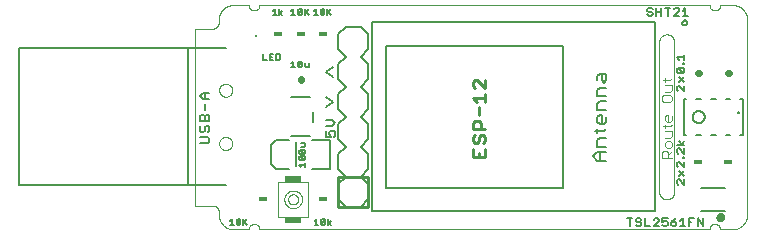
<source format=gto>
G75*
%MOIN*%
%OFA0B0*%
%FSLAX25Y25*%
%IPPOS*%
%LPD*%
%AMOC8*
5,1,8,0,0,1.08239X$1,22.5*
%
%ADD10C,0.00000*%
%ADD11C,0.00800*%
%ADD12C,0.00200*%
%ADD13C,0.01000*%
%ADD14C,0.00600*%
%ADD15C,0.00500*%
%ADD16R,0.03000X0.01800*%
%ADD17C,0.02200*%
%ADD18R,0.00984X0.00984*%
%ADD19C,0.00394*%
%ADD20R,0.05512X0.01969*%
%ADD21C,0.01200*%
D10*
X0059959Y0009119D02*
X0059959Y0068175D01*
X0065864Y0068175D01*
X0065864Y0068174D02*
X0065950Y0068176D01*
X0066036Y0068181D01*
X0066121Y0068191D01*
X0066206Y0068204D01*
X0066290Y0068221D01*
X0066374Y0068241D01*
X0066456Y0068265D01*
X0066537Y0068293D01*
X0066618Y0068324D01*
X0066696Y0068358D01*
X0066773Y0068396D01*
X0066849Y0068438D01*
X0066922Y0068482D01*
X0066993Y0068530D01*
X0067063Y0068581D01*
X0067130Y0068635D01*
X0067194Y0068691D01*
X0067256Y0068751D01*
X0067316Y0068813D01*
X0067372Y0068877D01*
X0067426Y0068944D01*
X0067477Y0069014D01*
X0067525Y0069085D01*
X0067569Y0069159D01*
X0067611Y0069234D01*
X0067649Y0069311D01*
X0067683Y0069389D01*
X0067714Y0069470D01*
X0067742Y0069551D01*
X0067766Y0069633D01*
X0067786Y0069717D01*
X0067803Y0069801D01*
X0067816Y0069886D01*
X0067826Y0069971D01*
X0067831Y0070057D01*
X0067833Y0070143D01*
X0067833Y0071049D01*
X0067835Y0071189D01*
X0067841Y0071329D01*
X0067851Y0071469D01*
X0067864Y0071609D01*
X0067882Y0071748D01*
X0067904Y0071887D01*
X0067929Y0072024D01*
X0067958Y0072162D01*
X0067991Y0072298D01*
X0068028Y0072433D01*
X0068069Y0072567D01*
X0068114Y0072700D01*
X0068162Y0072832D01*
X0068214Y0072962D01*
X0068269Y0073091D01*
X0068328Y0073218D01*
X0068391Y0073344D01*
X0068457Y0073468D01*
X0068526Y0073589D01*
X0068599Y0073709D01*
X0068676Y0073827D01*
X0068755Y0073942D01*
X0068838Y0074056D01*
X0068924Y0074166D01*
X0069013Y0074275D01*
X0069105Y0074381D01*
X0069200Y0074484D01*
X0069297Y0074585D01*
X0069398Y0074682D01*
X0069501Y0074777D01*
X0069607Y0074869D01*
X0069716Y0074958D01*
X0069826Y0075044D01*
X0069940Y0075127D01*
X0070055Y0075206D01*
X0070173Y0075283D01*
X0070293Y0075356D01*
X0070414Y0075425D01*
X0070538Y0075491D01*
X0070664Y0075554D01*
X0070791Y0075613D01*
X0070920Y0075668D01*
X0071050Y0075720D01*
X0071182Y0075768D01*
X0071315Y0075813D01*
X0071449Y0075854D01*
X0071584Y0075891D01*
X0071720Y0075924D01*
X0071858Y0075953D01*
X0071995Y0075978D01*
X0072134Y0076000D01*
X0072273Y0076018D01*
X0072413Y0076031D01*
X0072553Y0076041D01*
X0072693Y0076047D01*
X0072833Y0076049D01*
X0077963Y0076049D01*
X0077963Y0075617D01*
X0077965Y0075549D01*
X0077970Y0075482D01*
X0077979Y0075415D01*
X0077992Y0075348D01*
X0078009Y0075283D01*
X0078028Y0075218D01*
X0078052Y0075154D01*
X0078079Y0075092D01*
X0078109Y0075031D01*
X0078142Y0074973D01*
X0078178Y0074916D01*
X0078218Y0074861D01*
X0078260Y0074808D01*
X0078306Y0074757D01*
X0078353Y0074710D01*
X0078404Y0074664D01*
X0078457Y0074622D01*
X0078512Y0074582D01*
X0078569Y0074546D01*
X0078627Y0074513D01*
X0078688Y0074483D01*
X0078750Y0074456D01*
X0078814Y0074432D01*
X0078879Y0074413D01*
X0078944Y0074396D01*
X0079011Y0074383D01*
X0079078Y0074374D01*
X0079145Y0074369D01*
X0079213Y0074367D01*
X0080075Y0074367D01*
X0080143Y0074369D01*
X0080210Y0074374D01*
X0080277Y0074383D01*
X0080344Y0074396D01*
X0080409Y0074413D01*
X0080474Y0074432D01*
X0080538Y0074456D01*
X0080600Y0074483D01*
X0080661Y0074513D01*
X0080719Y0074546D01*
X0080776Y0074582D01*
X0080831Y0074622D01*
X0080884Y0074664D01*
X0080935Y0074710D01*
X0080982Y0074757D01*
X0081028Y0074808D01*
X0081070Y0074861D01*
X0081110Y0074916D01*
X0081146Y0074973D01*
X0081179Y0075031D01*
X0081209Y0075092D01*
X0081236Y0075154D01*
X0081260Y0075218D01*
X0081279Y0075283D01*
X0081296Y0075348D01*
X0081309Y0075415D01*
X0081318Y0075482D01*
X0081323Y0075549D01*
X0081325Y0075617D01*
X0081325Y0076049D01*
X0231506Y0076049D01*
X0231506Y0075617D01*
X0231508Y0075549D01*
X0231513Y0075482D01*
X0231522Y0075415D01*
X0231535Y0075348D01*
X0231552Y0075283D01*
X0231571Y0075218D01*
X0231595Y0075154D01*
X0231622Y0075092D01*
X0231652Y0075031D01*
X0231685Y0074973D01*
X0231721Y0074916D01*
X0231761Y0074861D01*
X0231803Y0074808D01*
X0231849Y0074757D01*
X0231896Y0074710D01*
X0231947Y0074664D01*
X0232000Y0074622D01*
X0232055Y0074582D01*
X0232112Y0074546D01*
X0232170Y0074513D01*
X0232231Y0074483D01*
X0232293Y0074456D01*
X0232357Y0074432D01*
X0232422Y0074413D01*
X0232487Y0074396D01*
X0232554Y0074383D01*
X0232621Y0074374D01*
X0232688Y0074369D01*
X0232756Y0074367D01*
X0233618Y0074367D01*
X0233686Y0074369D01*
X0233753Y0074374D01*
X0233820Y0074383D01*
X0233887Y0074396D01*
X0233952Y0074413D01*
X0234017Y0074432D01*
X0234081Y0074456D01*
X0234143Y0074483D01*
X0234204Y0074513D01*
X0234262Y0074546D01*
X0234319Y0074582D01*
X0234374Y0074622D01*
X0234427Y0074664D01*
X0234478Y0074710D01*
X0234525Y0074757D01*
X0234571Y0074808D01*
X0234613Y0074861D01*
X0234653Y0074916D01*
X0234689Y0074973D01*
X0234722Y0075031D01*
X0234752Y0075092D01*
X0234779Y0075154D01*
X0234803Y0075218D01*
X0234822Y0075283D01*
X0234839Y0075348D01*
X0234852Y0075415D01*
X0234861Y0075482D01*
X0234866Y0075549D01*
X0234868Y0075617D01*
X0234868Y0076049D01*
X0238998Y0076049D01*
X0239138Y0076047D01*
X0239278Y0076041D01*
X0239418Y0076031D01*
X0239558Y0076018D01*
X0239697Y0076000D01*
X0239836Y0075978D01*
X0239973Y0075953D01*
X0240111Y0075924D01*
X0240247Y0075891D01*
X0240382Y0075854D01*
X0240516Y0075813D01*
X0240649Y0075768D01*
X0240781Y0075720D01*
X0240911Y0075668D01*
X0241040Y0075613D01*
X0241167Y0075554D01*
X0241293Y0075491D01*
X0241417Y0075425D01*
X0241538Y0075356D01*
X0241658Y0075283D01*
X0241776Y0075206D01*
X0241891Y0075127D01*
X0242005Y0075044D01*
X0242115Y0074958D01*
X0242224Y0074869D01*
X0242330Y0074777D01*
X0242433Y0074682D01*
X0242534Y0074585D01*
X0242631Y0074484D01*
X0242726Y0074381D01*
X0242818Y0074275D01*
X0242907Y0074166D01*
X0242993Y0074056D01*
X0243076Y0073942D01*
X0243155Y0073827D01*
X0243232Y0073709D01*
X0243305Y0073589D01*
X0243374Y0073468D01*
X0243440Y0073344D01*
X0243503Y0073218D01*
X0243562Y0073091D01*
X0243617Y0072962D01*
X0243669Y0072832D01*
X0243717Y0072700D01*
X0243762Y0072567D01*
X0243803Y0072433D01*
X0243840Y0072298D01*
X0243873Y0072162D01*
X0243902Y0072024D01*
X0243927Y0071887D01*
X0243949Y0071748D01*
X0243967Y0071609D01*
X0243980Y0071469D01*
X0243990Y0071329D01*
X0243996Y0071189D01*
X0243998Y0071049D01*
X0243998Y0006245D01*
X0243996Y0006105D01*
X0243990Y0005965D01*
X0243980Y0005825D01*
X0243967Y0005685D01*
X0243949Y0005546D01*
X0243927Y0005407D01*
X0243902Y0005270D01*
X0243873Y0005132D01*
X0243840Y0004996D01*
X0243803Y0004861D01*
X0243762Y0004727D01*
X0243717Y0004594D01*
X0243669Y0004462D01*
X0243617Y0004332D01*
X0243562Y0004203D01*
X0243503Y0004076D01*
X0243440Y0003950D01*
X0243374Y0003826D01*
X0243305Y0003705D01*
X0243232Y0003585D01*
X0243155Y0003467D01*
X0243076Y0003352D01*
X0242993Y0003238D01*
X0242907Y0003128D01*
X0242818Y0003019D01*
X0242726Y0002913D01*
X0242631Y0002810D01*
X0242534Y0002709D01*
X0242433Y0002612D01*
X0242330Y0002517D01*
X0242224Y0002425D01*
X0242115Y0002336D01*
X0242005Y0002250D01*
X0241891Y0002167D01*
X0241776Y0002088D01*
X0241658Y0002011D01*
X0241538Y0001938D01*
X0241417Y0001869D01*
X0241293Y0001803D01*
X0241167Y0001740D01*
X0241040Y0001681D01*
X0240911Y0001626D01*
X0240781Y0001574D01*
X0240649Y0001526D01*
X0240516Y0001481D01*
X0240382Y0001440D01*
X0240247Y0001403D01*
X0240111Y0001370D01*
X0239973Y0001341D01*
X0239836Y0001316D01*
X0239697Y0001294D01*
X0239558Y0001276D01*
X0239418Y0001263D01*
X0239278Y0001253D01*
X0239138Y0001247D01*
X0238998Y0001245D01*
X0234868Y0001245D01*
X0234868Y0001677D01*
X0234866Y0001745D01*
X0234861Y0001812D01*
X0234852Y0001879D01*
X0234839Y0001946D01*
X0234822Y0002011D01*
X0234803Y0002076D01*
X0234779Y0002140D01*
X0234752Y0002202D01*
X0234722Y0002263D01*
X0234689Y0002321D01*
X0234653Y0002378D01*
X0234613Y0002433D01*
X0234571Y0002486D01*
X0234525Y0002537D01*
X0234478Y0002584D01*
X0234427Y0002630D01*
X0234374Y0002672D01*
X0234319Y0002712D01*
X0234262Y0002748D01*
X0234204Y0002781D01*
X0234143Y0002811D01*
X0234081Y0002838D01*
X0234017Y0002862D01*
X0233952Y0002881D01*
X0233887Y0002898D01*
X0233820Y0002911D01*
X0233753Y0002920D01*
X0233686Y0002925D01*
X0233618Y0002927D01*
X0232756Y0002927D01*
X0232688Y0002925D01*
X0232621Y0002920D01*
X0232554Y0002911D01*
X0232487Y0002898D01*
X0232422Y0002881D01*
X0232357Y0002862D01*
X0232293Y0002838D01*
X0232231Y0002811D01*
X0232170Y0002781D01*
X0232112Y0002748D01*
X0232055Y0002712D01*
X0232000Y0002672D01*
X0231947Y0002630D01*
X0231896Y0002584D01*
X0231849Y0002537D01*
X0231803Y0002486D01*
X0231761Y0002433D01*
X0231721Y0002378D01*
X0231685Y0002321D01*
X0231652Y0002263D01*
X0231622Y0002202D01*
X0231595Y0002140D01*
X0231571Y0002076D01*
X0231552Y0002011D01*
X0231535Y0001946D01*
X0231522Y0001879D01*
X0231513Y0001812D01*
X0231508Y0001745D01*
X0231506Y0001677D01*
X0231506Y0001245D01*
X0081325Y0001245D01*
X0081325Y0001677D01*
X0081323Y0001745D01*
X0081318Y0001812D01*
X0081309Y0001879D01*
X0081296Y0001946D01*
X0081279Y0002011D01*
X0081260Y0002076D01*
X0081236Y0002140D01*
X0081209Y0002202D01*
X0081179Y0002263D01*
X0081146Y0002321D01*
X0081110Y0002378D01*
X0081070Y0002433D01*
X0081028Y0002486D01*
X0080982Y0002537D01*
X0080935Y0002584D01*
X0080884Y0002630D01*
X0080831Y0002672D01*
X0080776Y0002712D01*
X0080719Y0002748D01*
X0080661Y0002781D01*
X0080600Y0002811D01*
X0080538Y0002838D01*
X0080474Y0002862D01*
X0080409Y0002881D01*
X0080344Y0002898D01*
X0080277Y0002911D01*
X0080210Y0002920D01*
X0080143Y0002925D01*
X0080075Y0002927D01*
X0079213Y0002927D01*
X0079145Y0002925D01*
X0079078Y0002920D01*
X0079011Y0002911D01*
X0078944Y0002898D01*
X0078879Y0002881D01*
X0078814Y0002862D01*
X0078750Y0002838D01*
X0078688Y0002811D01*
X0078627Y0002781D01*
X0078569Y0002748D01*
X0078512Y0002712D01*
X0078457Y0002672D01*
X0078404Y0002630D01*
X0078353Y0002584D01*
X0078306Y0002537D01*
X0078260Y0002486D01*
X0078218Y0002433D01*
X0078178Y0002378D01*
X0078142Y0002321D01*
X0078109Y0002263D01*
X0078079Y0002202D01*
X0078052Y0002140D01*
X0078028Y0002076D01*
X0078009Y0002011D01*
X0077992Y0001946D01*
X0077979Y0001879D01*
X0077970Y0001812D01*
X0077965Y0001745D01*
X0077963Y0001677D01*
X0077963Y0001245D01*
X0072833Y0001245D01*
X0072693Y0001247D01*
X0072553Y0001253D01*
X0072413Y0001263D01*
X0072273Y0001276D01*
X0072134Y0001294D01*
X0071995Y0001316D01*
X0071858Y0001341D01*
X0071720Y0001370D01*
X0071584Y0001403D01*
X0071449Y0001440D01*
X0071315Y0001481D01*
X0071182Y0001526D01*
X0071050Y0001574D01*
X0070920Y0001626D01*
X0070791Y0001681D01*
X0070664Y0001740D01*
X0070538Y0001803D01*
X0070414Y0001869D01*
X0070293Y0001938D01*
X0070173Y0002011D01*
X0070055Y0002088D01*
X0069940Y0002167D01*
X0069826Y0002250D01*
X0069716Y0002336D01*
X0069607Y0002425D01*
X0069501Y0002517D01*
X0069398Y0002612D01*
X0069297Y0002709D01*
X0069200Y0002810D01*
X0069105Y0002913D01*
X0069013Y0003019D01*
X0068924Y0003128D01*
X0068838Y0003238D01*
X0068755Y0003352D01*
X0068676Y0003467D01*
X0068599Y0003585D01*
X0068526Y0003705D01*
X0068457Y0003826D01*
X0068391Y0003950D01*
X0068328Y0004076D01*
X0068269Y0004203D01*
X0068214Y0004332D01*
X0068162Y0004462D01*
X0068114Y0004594D01*
X0068069Y0004727D01*
X0068028Y0004861D01*
X0067991Y0004996D01*
X0067958Y0005132D01*
X0067929Y0005270D01*
X0067904Y0005407D01*
X0067882Y0005546D01*
X0067864Y0005685D01*
X0067851Y0005825D01*
X0067841Y0005965D01*
X0067835Y0006105D01*
X0067833Y0006245D01*
X0067833Y0007151D01*
X0067831Y0007237D01*
X0067826Y0007323D01*
X0067816Y0007408D01*
X0067803Y0007493D01*
X0067786Y0007577D01*
X0067766Y0007661D01*
X0067742Y0007743D01*
X0067714Y0007824D01*
X0067683Y0007905D01*
X0067649Y0007983D01*
X0067611Y0008060D01*
X0067569Y0008136D01*
X0067525Y0008209D01*
X0067477Y0008280D01*
X0067426Y0008350D01*
X0067372Y0008417D01*
X0067316Y0008481D01*
X0067256Y0008543D01*
X0067194Y0008603D01*
X0067130Y0008659D01*
X0067063Y0008713D01*
X0066993Y0008764D01*
X0066922Y0008812D01*
X0066849Y0008856D01*
X0066773Y0008898D01*
X0066696Y0008936D01*
X0066618Y0008970D01*
X0066537Y0009001D01*
X0066456Y0009029D01*
X0066374Y0009053D01*
X0066290Y0009073D01*
X0066206Y0009090D01*
X0066121Y0009103D01*
X0066036Y0009113D01*
X0065950Y0009118D01*
X0065864Y0009120D01*
X0065864Y0009119D02*
X0059959Y0009119D01*
X0090975Y0011245D02*
X0090977Y0011326D01*
X0090983Y0011408D01*
X0090993Y0011489D01*
X0091007Y0011569D01*
X0091024Y0011648D01*
X0091046Y0011727D01*
X0091071Y0011804D01*
X0091100Y0011881D01*
X0091133Y0011955D01*
X0091170Y0012028D01*
X0091209Y0012099D01*
X0091253Y0012168D01*
X0091299Y0012235D01*
X0091349Y0012299D01*
X0091402Y0012361D01*
X0091458Y0012421D01*
X0091516Y0012477D01*
X0091578Y0012531D01*
X0091642Y0012582D01*
X0091708Y0012629D01*
X0091776Y0012673D01*
X0091847Y0012714D01*
X0091919Y0012751D01*
X0091994Y0012785D01*
X0092069Y0012815D01*
X0092147Y0012841D01*
X0092225Y0012864D01*
X0092304Y0012882D01*
X0092384Y0012897D01*
X0092465Y0012908D01*
X0092546Y0012915D01*
X0092628Y0012918D01*
X0092709Y0012917D01*
X0092790Y0012912D01*
X0092871Y0012903D01*
X0092952Y0012890D01*
X0093032Y0012873D01*
X0093110Y0012853D01*
X0093188Y0012828D01*
X0093265Y0012800D01*
X0093340Y0012768D01*
X0093413Y0012733D01*
X0093484Y0012694D01*
X0093554Y0012651D01*
X0093621Y0012606D01*
X0093687Y0012557D01*
X0093749Y0012505D01*
X0093809Y0012449D01*
X0093866Y0012391D01*
X0093921Y0012331D01*
X0093972Y0012267D01*
X0094020Y0012202D01*
X0094065Y0012134D01*
X0094107Y0012064D01*
X0094145Y0011992D01*
X0094180Y0011918D01*
X0094211Y0011843D01*
X0094238Y0011766D01*
X0094261Y0011688D01*
X0094281Y0011609D01*
X0094297Y0011529D01*
X0094309Y0011448D01*
X0094317Y0011367D01*
X0094321Y0011286D01*
X0094321Y0011204D01*
X0094317Y0011123D01*
X0094309Y0011042D01*
X0094297Y0010961D01*
X0094281Y0010881D01*
X0094261Y0010802D01*
X0094238Y0010724D01*
X0094211Y0010647D01*
X0094180Y0010572D01*
X0094145Y0010498D01*
X0094107Y0010426D01*
X0094065Y0010356D01*
X0094020Y0010288D01*
X0093972Y0010223D01*
X0093921Y0010159D01*
X0093866Y0010099D01*
X0093809Y0010041D01*
X0093749Y0009985D01*
X0093687Y0009933D01*
X0093621Y0009884D01*
X0093554Y0009839D01*
X0093485Y0009796D01*
X0093413Y0009757D01*
X0093340Y0009722D01*
X0093265Y0009690D01*
X0093188Y0009662D01*
X0093110Y0009637D01*
X0093032Y0009617D01*
X0092952Y0009600D01*
X0092871Y0009587D01*
X0092790Y0009578D01*
X0092709Y0009573D01*
X0092628Y0009572D01*
X0092546Y0009575D01*
X0092465Y0009582D01*
X0092384Y0009593D01*
X0092304Y0009608D01*
X0092225Y0009626D01*
X0092147Y0009649D01*
X0092069Y0009675D01*
X0091994Y0009705D01*
X0091919Y0009739D01*
X0091847Y0009776D01*
X0091776Y0009817D01*
X0091708Y0009861D01*
X0091642Y0009908D01*
X0091578Y0009959D01*
X0091516Y0010013D01*
X0091458Y0010069D01*
X0091402Y0010129D01*
X0091349Y0010191D01*
X0091299Y0010255D01*
X0091253Y0010322D01*
X0091209Y0010391D01*
X0091170Y0010462D01*
X0091133Y0010535D01*
X0091100Y0010609D01*
X0091071Y0010686D01*
X0091046Y0010763D01*
X0091024Y0010842D01*
X0091007Y0010921D01*
X0090993Y0011001D01*
X0090983Y0011082D01*
X0090977Y0011164D01*
X0090975Y0011245D01*
X0067983Y0029887D02*
X0067985Y0029980D01*
X0067991Y0030072D01*
X0068001Y0030164D01*
X0068015Y0030255D01*
X0068032Y0030346D01*
X0068054Y0030436D01*
X0068079Y0030525D01*
X0068108Y0030613D01*
X0068141Y0030699D01*
X0068178Y0030784D01*
X0068218Y0030868D01*
X0068262Y0030949D01*
X0068309Y0031029D01*
X0068359Y0031107D01*
X0068413Y0031182D01*
X0068470Y0031255D01*
X0068530Y0031325D01*
X0068593Y0031393D01*
X0068659Y0031458D01*
X0068727Y0031520D01*
X0068798Y0031580D01*
X0068872Y0031636D01*
X0068948Y0031689D01*
X0069026Y0031738D01*
X0069106Y0031785D01*
X0069188Y0031827D01*
X0069272Y0031867D01*
X0069357Y0031902D01*
X0069444Y0031934D01*
X0069532Y0031963D01*
X0069621Y0031987D01*
X0069711Y0032008D01*
X0069802Y0032024D01*
X0069894Y0032037D01*
X0069986Y0032046D01*
X0070079Y0032051D01*
X0070171Y0032052D01*
X0070264Y0032049D01*
X0070356Y0032042D01*
X0070448Y0032031D01*
X0070539Y0032016D01*
X0070630Y0031998D01*
X0070720Y0031975D01*
X0070808Y0031949D01*
X0070896Y0031919D01*
X0070982Y0031885D01*
X0071066Y0031848D01*
X0071149Y0031806D01*
X0071230Y0031762D01*
X0071310Y0031714D01*
X0071387Y0031663D01*
X0071461Y0031608D01*
X0071534Y0031550D01*
X0071604Y0031490D01*
X0071671Y0031426D01*
X0071735Y0031360D01*
X0071797Y0031290D01*
X0071855Y0031219D01*
X0071910Y0031145D01*
X0071962Y0031068D01*
X0072011Y0030989D01*
X0072057Y0030909D01*
X0072099Y0030826D01*
X0072137Y0030742D01*
X0072172Y0030656D01*
X0072203Y0030569D01*
X0072230Y0030481D01*
X0072253Y0030391D01*
X0072273Y0030301D01*
X0072289Y0030210D01*
X0072301Y0030118D01*
X0072309Y0030026D01*
X0072313Y0029933D01*
X0072313Y0029841D01*
X0072309Y0029748D01*
X0072301Y0029656D01*
X0072289Y0029564D01*
X0072273Y0029473D01*
X0072253Y0029383D01*
X0072230Y0029293D01*
X0072203Y0029205D01*
X0072172Y0029118D01*
X0072137Y0029032D01*
X0072099Y0028948D01*
X0072057Y0028865D01*
X0072011Y0028785D01*
X0071962Y0028706D01*
X0071910Y0028629D01*
X0071855Y0028555D01*
X0071797Y0028484D01*
X0071735Y0028414D01*
X0071671Y0028348D01*
X0071604Y0028284D01*
X0071534Y0028224D01*
X0071461Y0028166D01*
X0071387Y0028111D01*
X0071310Y0028060D01*
X0071231Y0028012D01*
X0071149Y0027968D01*
X0071066Y0027926D01*
X0070982Y0027889D01*
X0070896Y0027855D01*
X0070808Y0027825D01*
X0070720Y0027799D01*
X0070630Y0027776D01*
X0070539Y0027758D01*
X0070448Y0027743D01*
X0070356Y0027732D01*
X0070264Y0027725D01*
X0070171Y0027722D01*
X0070079Y0027723D01*
X0069986Y0027728D01*
X0069894Y0027737D01*
X0069802Y0027750D01*
X0069711Y0027766D01*
X0069621Y0027787D01*
X0069532Y0027811D01*
X0069444Y0027840D01*
X0069357Y0027872D01*
X0069272Y0027907D01*
X0069188Y0027947D01*
X0069106Y0027989D01*
X0069026Y0028036D01*
X0068948Y0028085D01*
X0068872Y0028138D01*
X0068798Y0028194D01*
X0068727Y0028254D01*
X0068659Y0028316D01*
X0068593Y0028381D01*
X0068530Y0028449D01*
X0068470Y0028519D01*
X0068413Y0028592D01*
X0068359Y0028667D01*
X0068309Y0028745D01*
X0068262Y0028825D01*
X0068218Y0028906D01*
X0068178Y0028990D01*
X0068141Y0029075D01*
X0068108Y0029161D01*
X0068079Y0029249D01*
X0068054Y0029338D01*
X0068032Y0029428D01*
X0068015Y0029519D01*
X0068001Y0029610D01*
X0067991Y0029702D01*
X0067985Y0029794D01*
X0067983Y0029887D01*
X0067983Y0047604D02*
X0067985Y0047697D01*
X0067991Y0047789D01*
X0068001Y0047881D01*
X0068015Y0047972D01*
X0068032Y0048063D01*
X0068054Y0048153D01*
X0068079Y0048242D01*
X0068108Y0048330D01*
X0068141Y0048416D01*
X0068178Y0048501D01*
X0068218Y0048585D01*
X0068262Y0048666D01*
X0068309Y0048746D01*
X0068359Y0048824D01*
X0068413Y0048899D01*
X0068470Y0048972D01*
X0068530Y0049042D01*
X0068593Y0049110D01*
X0068659Y0049175D01*
X0068727Y0049237D01*
X0068798Y0049297D01*
X0068872Y0049353D01*
X0068948Y0049406D01*
X0069026Y0049455D01*
X0069106Y0049502D01*
X0069188Y0049544D01*
X0069272Y0049584D01*
X0069357Y0049619D01*
X0069444Y0049651D01*
X0069532Y0049680D01*
X0069621Y0049704D01*
X0069711Y0049725D01*
X0069802Y0049741D01*
X0069894Y0049754D01*
X0069986Y0049763D01*
X0070079Y0049768D01*
X0070171Y0049769D01*
X0070264Y0049766D01*
X0070356Y0049759D01*
X0070448Y0049748D01*
X0070539Y0049733D01*
X0070630Y0049715D01*
X0070720Y0049692D01*
X0070808Y0049666D01*
X0070896Y0049636D01*
X0070982Y0049602D01*
X0071066Y0049565D01*
X0071149Y0049523D01*
X0071230Y0049479D01*
X0071310Y0049431D01*
X0071387Y0049380D01*
X0071461Y0049325D01*
X0071534Y0049267D01*
X0071604Y0049207D01*
X0071671Y0049143D01*
X0071735Y0049077D01*
X0071797Y0049007D01*
X0071855Y0048936D01*
X0071910Y0048862D01*
X0071962Y0048785D01*
X0072011Y0048706D01*
X0072057Y0048626D01*
X0072099Y0048543D01*
X0072137Y0048459D01*
X0072172Y0048373D01*
X0072203Y0048286D01*
X0072230Y0048198D01*
X0072253Y0048108D01*
X0072273Y0048018D01*
X0072289Y0047927D01*
X0072301Y0047835D01*
X0072309Y0047743D01*
X0072313Y0047650D01*
X0072313Y0047558D01*
X0072309Y0047465D01*
X0072301Y0047373D01*
X0072289Y0047281D01*
X0072273Y0047190D01*
X0072253Y0047100D01*
X0072230Y0047010D01*
X0072203Y0046922D01*
X0072172Y0046835D01*
X0072137Y0046749D01*
X0072099Y0046665D01*
X0072057Y0046582D01*
X0072011Y0046502D01*
X0071962Y0046423D01*
X0071910Y0046346D01*
X0071855Y0046272D01*
X0071797Y0046201D01*
X0071735Y0046131D01*
X0071671Y0046065D01*
X0071604Y0046001D01*
X0071534Y0045941D01*
X0071461Y0045883D01*
X0071387Y0045828D01*
X0071310Y0045777D01*
X0071231Y0045729D01*
X0071149Y0045685D01*
X0071066Y0045643D01*
X0070982Y0045606D01*
X0070896Y0045572D01*
X0070808Y0045542D01*
X0070720Y0045516D01*
X0070630Y0045493D01*
X0070539Y0045475D01*
X0070448Y0045460D01*
X0070356Y0045449D01*
X0070264Y0045442D01*
X0070171Y0045439D01*
X0070079Y0045440D01*
X0069986Y0045445D01*
X0069894Y0045454D01*
X0069802Y0045467D01*
X0069711Y0045483D01*
X0069621Y0045504D01*
X0069532Y0045528D01*
X0069444Y0045557D01*
X0069357Y0045589D01*
X0069272Y0045624D01*
X0069188Y0045664D01*
X0069106Y0045706D01*
X0069026Y0045753D01*
X0068948Y0045802D01*
X0068872Y0045855D01*
X0068798Y0045911D01*
X0068727Y0045971D01*
X0068659Y0046033D01*
X0068593Y0046098D01*
X0068530Y0046166D01*
X0068470Y0046236D01*
X0068413Y0046309D01*
X0068359Y0046384D01*
X0068309Y0046462D01*
X0068262Y0046542D01*
X0068218Y0046623D01*
X0068178Y0046707D01*
X0068141Y0046792D01*
X0068108Y0046878D01*
X0068079Y0046966D01*
X0068054Y0047055D01*
X0068032Y0047145D01*
X0068015Y0047236D01*
X0068001Y0047327D01*
X0067991Y0047419D01*
X0067985Y0047511D01*
X0067983Y0047604D01*
X0214648Y0063745D02*
X0214648Y0013745D01*
X0217148Y0011245D02*
X0217246Y0011247D01*
X0217344Y0011253D01*
X0217442Y0011262D01*
X0217539Y0011276D01*
X0217636Y0011293D01*
X0217732Y0011314D01*
X0217827Y0011339D01*
X0217921Y0011367D01*
X0218013Y0011400D01*
X0218105Y0011435D01*
X0218195Y0011475D01*
X0218283Y0011517D01*
X0218370Y0011564D01*
X0218454Y0011613D01*
X0218537Y0011666D01*
X0218617Y0011722D01*
X0218696Y0011782D01*
X0218772Y0011844D01*
X0218845Y0011909D01*
X0218916Y0011977D01*
X0218984Y0012048D01*
X0219049Y0012121D01*
X0219111Y0012197D01*
X0219171Y0012276D01*
X0219227Y0012356D01*
X0219280Y0012439D01*
X0219329Y0012523D01*
X0219376Y0012610D01*
X0219418Y0012698D01*
X0219458Y0012788D01*
X0219493Y0012880D01*
X0219526Y0012972D01*
X0219554Y0013066D01*
X0219579Y0013161D01*
X0219600Y0013257D01*
X0219617Y0013354D01*
X0219631Y0013451D01*
X0219640Y0013549D01*
X0219646Y0013647D01*
X0219648Y0013745D01*
X0219648Y0063745D01*
X0217148Y0066245D02*
X0217050Y0066243D01*
X0216952Y0066237D01*
X0216854Y0066228D01*
X0216757Y0066214D01*
X0216660Y0066197D01*
X0216564Y0066176D01*
X0216469Y0066151D01*
X0216375Y0066123D01*
X0216283Y0066090D01*
X0216191Y0066055D01*
X0216101Y0066015D01*
X0216013Y0065973D01*
X0215926Y0065926D01*
X0215842Y0065877D01*
X0215759Y0065824D01*
X0215679Y0065768D01*
X0215600Y0065708D01*
X0215524Y0065646D01*
X0215451Y0065581D01*
X0215380Y0065513D01*
X0215312Y0065442D01*
X0215247Y0065369D01*
X0215185Y0065293D01*
X0215125Y0065214D01*
X0215069Y0065134D01*
X0215016Y0065051D01*
X0214967Y0064967D01*
X0214920Y0064880D01*
X0214878Y0064792D01*
X0214838Y0064702D01*
X0214803Y0064610D01*
X0214770Y0064518D01*
X0214742Y0064424D01*
X0214717Y0064329D01*
X0214696Y0064233D01*
X0214679Y0064136D01*
X0214665Y0064039D01*
X0214656Y0063941D01*
X0214650Y0063843D01*
X0214648Y0063745D01*
X0217148Y0066245D02*
X0217246Y0066243D01*
X0217344Y0066237D01*
X0217442Y0066228D01*
X0217539Y0066214D01*
X0217636Y0066197D01*
X0217732Y0066176D01*
X0217827Y0066151D01*
X0217921Y0066123D01*
X0218013Y0066090D01*
X0218105Y0066055D01*
X0218195Y0066015D01*
X0218283Y0065973D01*
X0218370Y0065926D01*
X0218454Y0065877D01*
X0218537Y0065824D01*
X0218617Y0065768D01*
X0218696Y0065708D01*
X0218772Y0065646D01*
X0218845Y0065581D01*
X0218916Y0065513D01*
X0218984Y0065442D01*
X0219049Y0065369D01*
X0219111Y0065293D01*
X0219171Y0065214D01*
X0219227Y0065134D01*
X0219280Y0065051D01*
X0219329Y0064967D01*
X0219376Y0064880D01*
X0219418Y0064792D01*
X0219458Y0064702D01*
X0219493Y0064610D01*
X0219526Y0064518D01*
X0219554Y0064424D01*
X0219579Y0064329D01*
X0219600Y0064233D01*
X0219617Y0064136D01*
X0219631Y0064039D01*
X0219640Y0063941D01*
X0219646Y0063843D01*
X0219648Y0063745D01*
X0214648Y0013745D02*
X0214650Y0013647D01*
X0214656Y0013549D01*
X0214665Y0013451D01*
X0214679Y0013354D01*
X0214696Y0013257D01*
X0214717Y0013161D01*
X0214742Y0013066D01*
X0214770Y0012972D01*
X0214803Y0012880D01*
X0214838Y0012788D01*
X0214878Y0012698D01*
X0214920Y0012610D01*
X0214967Y0012523D01*
X0215016Y0012439D01*
X0215069Y0012356D01*
X0215125Y0012276D01*
X0215185Y0012197D01*
X0215247Y0012121D01*
X0215312Y0012048D01*
X0215380Y0011977D01*
X0215451Y0011909D01*
X0215524Y0011844D01*
X0215600Y0011782D01*
X0215679Y0011722D01*
X0215759Y0011666D01*
X0215842Y0011613D01*
X0215926Y0011564D01*
X0216013Y0011517D01*
X0216101Y0011475D01*
X0216191Y0011435D01*
X0216283Y0011400D01*
X0216375Y0011367D01*
X0216469Y0011339D01*
X0216564Y0011314D01*
X0216660Y0011293D01*
X0216757Y0011276D01*
X0216854Y0011262D01*
X0216952Y0011253D01*
X0217050Y0011247D01*
X0217148Y0011245D01*
D11*
X0222805Y0032840D02*
X0223593Y0032840D01*
X0222805Y0032840D02*
X0222805Y0044651D01*
X0223593Y0044651D01*
X0226939Y0044651D02*
X0228514Y0044651D01*
X0231860Y0044651D02*
X0233435Y0044651D01*
X0236781Y0044651D02*
X0238356Y0044651D01*
X0241703Y0044651D02*
X0242490Y0044651D01*
X0242490Y0032840D01*
X0241703Y0032840D01*
X0238356Y0032840D02*
X0236781Y0032840D01*
X0233435Y0032840D02*
X0231860Y0032840D01*
X0228514Y0032840D02*
X0226939Y0032840D01*
X0225812Y0038745D02*
X0225814Y0038834D01*
X0225820Y0038923D01*
X0225830Y0039012D01*
X0225844Y0039100D01*
X0225861Y0039187D01*
X0225883Y0039273D01*
X0225909Y0039359D01*
X0225938Y0039443D01*
X0225971Y0039526D01*
X0226007Y0039607D01*
X0226048Y0039687D01*
X0226091Y0039764D01*
X0226138Y0039840D01*
X0226189Y0039913D01*
X0226242Y0039984D01*
X0226299Y0040053D01*
X0226359Y0040119D01*
X0226422Y0040183D01*
X0226487Y0040243D01*
X0226555Y0040301D01*
X0226626Y0040355D01*
X0226699Y0040406D01*
X0226774Y0040454D01*
X0226851Y0040499D01*
X0226930Y0040540D01*
X0227011Y0040577D01*
X0227093Y0040611D01*
X0227177Y0040642D01*
X0227262Y0040668D01*
X0227348Y0040691D01*
X0227435Y0040709D01*
X0227523Y0040724D01*
X0227612Y0040735D01*
X0227701Y0040742D01*
X0227790Y0040745D01*
X0227879Y0040744D01*
X0227968Y0040739D01*
X0228056Y0040730D01*
X0228145Y0040717D01*
X0228232Y0040700D01*
X0228319Y0040680D01*
X0228405Y0040655D01*
X0228489Y0040627D01*
X0228572Y0040595D01*
X0228654Y0040559D01*
X0228734Y0040520D01*
X0228812Y0040477D01*
X0228888Y0040431D01*
X0228962Y0040381D01*
X0229034Y0040328D01*
X0229103Y0040272D01*
X0229170Y0040213D01*
X0229234Y0040151D01*
X0229295Y0040087D01*
X0229354Y0040019D01*
X0229409Y0039949D01*
X0229461Y0039877D01*
X0229510Y0039802D01*
X0229555Y0039726D01*
X0229597Y0039647D01*
X0229635Y0039567D01*
X0229670Y0039485D01*
X0229701Y0039401D01*
X0229729Y0039316D01*
X0229752Y0039230D01*
X0229772Y0039143D01*
X0229788Y0039056D01*
X0229800Y0038967D01*
X0229808Y0038879D01*
X0229812Y0038790D01*
X0229812Y0038700D01*
X0229808Y0038611D01*
X0229800Y0038523D01*
X0229788Y0038434D01*
X0229772Y0038347D01*
X0229752Y0038260D01*
X0229729Y0038174D01*
X0229701Y0038089D01*
X0229670Y0038005D01*
X0229635Y0037923D01*
X0229597Y0037843D01*
X0229555Y0037764D01*
X0229510Y0037688D01*
X0229461Y0037613D01*
X0229409Y0037541D01*
X0229354Y0037471D01*
X0229295Y0037403D01*
X0229234Y0037339D01*
X0229170Y0037277D01*
X0229103Y0037218D01*
X0229034Y0037162D01*
X0228962Y0037109D01*
X0228888Y0037059D01*
X0228812Y0037013D01*
X0228734Y0036970D01*
X0228654Y0036931D01*
X0228572Y0036895D01*
X0228489Y0036863D01*
X0228405Y0036835D01*
X0228319Y0036810D01*
X0228232Y0036790D01*
X0228145Y0036773D01*
X0228056Y0036760D01*
X0227968Y0036751D01*
X0227879Y0036746D01*
X0227790Y0036745D01*
X0227701Y0036748D01*
X0227612Y0036755D01*
X0227523Y0036766D01*
X0227435Y0036781D01*
X0227348Y0036799D01*
X0227262Y0036822D01*
X0227177Y0036848D01*
X0227093Y0036879D01*
X0227011Y0036913D01*
X0226930Y0036950D01*
X0226851Y0036991D01*
X0226774Y0037036D01*
X0226699Y0037084D01*
X0226626Y0037135D01*
X0226555Y0037189D01*
X0226487Y0037247D01*
X0226422Y0037307D01*
X0226359Y0037371D01*
X0226299Y0037437D01*
X0226242Y0037506D01*
X0226189Y0037577D01*
X0226138Y0037650D01*
X0226091Y0037726D01*
X0226048Y0037803D01*
X0226007Y0037883D01*
X0225971Y0037964D01*
X0225938Y0038047D01*
X0225909Y0038131D01*
X0225883Y0038217D01*
X0225861Y0038303D01*
X0225844Y0038390D01*
X0225830Y0038478D01*
X0225820Y0038567D01*
X0225814Y0038656D01*
X0225812Y0038745D01*
X0240876Y0040241D02*
X0240878Y0040268D01*
X0240884Y0040295D01*
X0240893Y0040321D01*
X0240906Y0040345D01*
X0240922Y0040368D01*
X0240941Y0040387D01*
X0240963Y0040404D01*
X0240987Y0040418D01*
X0241012Y0040428D01*
X0241039Y0040435D01*
X0241066Y0040438D01*
X0241094Y0040437D01*
X0241121Y0040432D01*
X0241147Y0040424D01*
X0241171Y0040412D01*
X0241194Y0040396D01*
X0241215Y0040378D01*
X0241232Y0040357D01*
X0241247Y0040333D01*
X0241258Y0040308D01*
X0241266Y0040282D01*
X0241270Y0040255D01*
X0241270Y0040227D01*
X0241266Y0040200D01*
X0241258Y0040174D01*
X0241247Y0040149D01*
X0241232Y0040125D01*
X0241215Y0040104D01*
X0241194Y0040086D01*
X0241172Y0040070D01*
X0241147Y0040058D01*
X0241121Y0040050D01*
X0241094Y0040045D01*
X0241066Y0040044D01*
X0241039Y0040047D01*
X0241012Y0040054D01*
X0240987Y0040064D01*
X0240963Y0040078D01*
X0240941Y0040095D01*
X0240922Y0040114D01*
X0240906Y0040137D01*
X0240893Y0040161D01*
X0240884Y0040187D01*
X0240878Y0040214D01*
X0240876Y0040241D01*
X0117648Y0041245D02*
X0117648Y0046245D01*
X0115148Y0048745D01*
X0117648Y0051245D01*
X0117648Y0056245D01*
X0115148Y0058745D01*
X0117648Y0061245D01*
X0117648Y0066245D01*
X0115148Y0068745D01*
X0110148Y0068745D01*
X0107648Y0066245D01*
X0107648Y0061245D01*
X0110148Y0058745D01*
X0107648Y0056245D01*
X0107648Y0051245D01*
X0110148Y0048745D01*
X0107648Y0046245D01*
X0107648Y0041245D01*
X0110148Y0038745D01*
X0107648Y0036245D01*
X0107648Y0031245D01*
X0110148Y0028745D01*
X0107648Y0026245D01*
X0107648Y0021245D01*
X0110148Y0018745D01*
X0107648Y0016245D01*
X0107648Y0011245D01*
X0110148Y0008745D01*
X0115148Y0008745D01*
X0117648Y0011245D01*
X0117648Y0016245D01*
X0115148Y0018745D01*
X0117648Y0021245D01*
X0117648Y0026245D01*
X0115148Y0028745D01*
X0117648Y0031245D01*
X0117648Y0036245D01*
X0115148Y0038745D01*
X0117648Y0041245D01*
X0106748Y0036713D02*
X0105680Y0037781D01*
X0103545Y0037781D01*
X0105680Y0035645D02*
X0106748Y0036713D01*
X0105680Y0035645D02*
X0103545Y0035645D01*
X0103545Y0034097D02*
X0103545Y0031962D01*
X0105146Y0031962D01*
X0104612Y0033030D01*
X0104612Y0033564D01*
X0105146Y0034097D01*
X0106214Y0034097D01*
X0106748Y0033564D01*
X0106748Y0032496D01*
X0106214Y0031962D01*
X0104990Y0030970D02*
X0104990Y0021521D01*
X0099085Y0021521D01*
X0091211Y0021521D02*
X0086880Y0021521D01*
X0085305Y0023096D01*
X0085305Y0029395D01*
X0086880Y0030970D01*
X0091211Y0030970D01*
X0091998Y0032249D02*
X0098297Y0032249D01*
X0099085Y0030970D02*
X0104990Y0030970D01*
X0099281Y0037171D02*
X0099281Y0040320D01*
X0103706Y0042145D02*
X0105841Y0043747D01*
X0103706Y0045348D01*
X0098297Y0045241D02*
X0091998Y0045241D01*
X0103706Y0053747D02*
X0105841Y0052145D01*
X0103706Y0053747D02*
X0105841Y0055348D01*
X0064748Y0046805D02*
X0062612Y0046805D01*
X0061545Y0045738D01*
X0062612Y0044670D01*
X0064748Y0044670D01*
X0063146Y0044670D02*
X0063146Y0046805D01*
X0063146Y0043122D02*
X0063146Y0040987D01*
X0062612Y0039439D02*
X0063146Y0038905D01*
X0063146Y0037304D01*
X0061545Y0037304D02*
X0061545Y0038905D01*
X0062079Y0039439D01*
X0062612Y0039439D01*
X0063146Y0038905D02*
X0063680Y0039439D01*
X0064214Y0039439D01*
X0064748Y0038905D01*
X0064748Y0037304D01*
X0061545Y0037304D01*
X0062079Y0035756D02*
X0061545Y0035222D01*
X0061545Y0034154D01*
X0062079Y0033621D01*
X0062612Y0033621D01*
X0063146Y0034154D01*
X0063146Y0035222D01*
X0063680Y0035756D01*
X0064214Y0035756D01*
X0064748Y0035222D01*
X0064748Y0034154D01*
X0064214Y0033621D01*
X0064214Y0032073D02*
X0061545Y0032073D01*
X0064214Y0032073D02*
X0064748Y0031539D01*
X0064748Y0030471D01*
X0064214Y0029938D01*
X0061545Y0029938D01*
X0110148Y0018745D02*
X0115148Y0018745D01*
D12*
X0215445Y0025034D02*
X0215445Y0026735D01*
X0216012Y0027302D01*
X0217146Y0027302D01*
X0217713Y0026735D01*
X0217713Y0025034D01*
X0218848Y0025034D02*
X0215445Y0025034D01*
X0217713Y0026168D02*
X0218848Y0027302D01*
X0218280Y0028348D02*
X0217146Y0028348D01*
X0216579Y0028916D01*
X0216579Y0030050D01*
X0217146Y0030617D01*
X0218280Y0030617D01*
X0218848Y0030050D01*
X0218848Y0028916D01*
X0218280Y0028348D01*
X0218280Y0031663D02*
X0216579Y0031663D01*
X0218280Y0031663D02*
X0218848Y0032230D01*
X0218848Y0033932D01*
X0216579Y0033932D01*
X0216579Y0034978D02*
X0216579Y0036112D01*
X0216012Y0035545D02*
X0218280Y0035545D01*
X0218848Y0036112D01*
X0218280Y0037188D02*
X0217146Y0037188D01*
X0216579Y0037755D01*
X0216579Y0038889D01*
X0217146Y0039457D01*
X0217713Y0039457D01*
X0217713Y0037188D01*
X0218280Y0037188D02*
X0218848Y0037755D01*
X0218848Y0038889D01*
X0218280Y0043818D02*
X0216012Y0043818D01*
X0215445Y0044385D01*
X0215445Y0045519D01*
X0216012Y0046086D01*
X0218280Y0046086D01*
X0218848Y0045519D01*
X0218848Y0044385D01*
X0218280Y0043818D01*
X0218280Y0047132D02*
X0216579Y0047132D01*
X0218280Y0047132D02*
X0218848Y0047700D01*
X0218848Y0049401D01*
X0216579Y0049401D01*
X0216579Y0050447D02*
X0216579Y0051582D01*
X0216012Y0051014D02*
X0218280Y0051014D01*
X0218848Y0051582D01*
D13*
X0156648Y0051122D02*
X0156648Y0048453D01*
X0153979Y0051122D01*
X0153311Y0051122D01*
X0152644Y0050455D01*
X0152644Y0049120D01*
X0153311Y0048453D01*
X0156648Y0046518D02*
X0156648Y0043849D01*
X0156648Y0045184D02*
X0152644Y0045184D01*
X0153979Y0043849D01*
X0154646Y0041914D02*
X0154646Y0039245D01*
X0154646Y0037310D02*
X0153311Y0037310D01*
X0152644Y0036643D01*
X0152644Y0034641D01*
X0156648Y0034641D01*
X0155313Y0034641D02*
X0155313Y0036643D01*
X0154646Y0037310D01*
X0155313Y0032706D02*
X0155980Y0032706D01*
X0156648Y0032039D01*
X0156648Y0030705D01*
X0155980Y0030038D01*
X0154646Y0030705D02*
X0154646Y0032039D01*
X0155313Y0032706D01*
X0153311Y0032706D02*
X0152644Y0032039D01*
X0152644Y0030705D01*
X0153311Y0030038D01*
X0153979Y0030038D01*
X0154646Y0030705D01*
X0156648Y0028103D02*
X0156648Y0025434D01*
X0152644Y0025434D01*
X0152644Y0028103D01*
X0154646Y0026768D02*
X0154646Y0025434D01*
X0117648Y0018745D02*
X0107648Y0018745D01*
X0107648Y0008745D01*
X0117648Y0008745D01*
X0117648Y0018745D01*
D14*
X0192621Y0025561D02*
X0194089Y0027028D01*
X0197025Y0027028D01*
X0194823Y0027028D02*
X0194823Y0024093D01*
X0194089Y0024093D02*
X0192621Y0025561D01*
X0194089Y0024093D02*
X0197025Y0024093D01*
X0197025Y0028697D02*
X0194089Y0028697D01*
X0194089Y0030898D01*
X0194823Y0031632D01*
X0197025Y0031632D01*
X0194089Y0033301D02*
X0194089Y0034768D01*
X0193355Y0034034D02*
X0196291Y0034034D01*
X0197025Y0034768D01*
X0196291Y0036370D02*
X0194823Y0036370D01*
X0194089Y0037104D01*
X0194089Y0038572D01*
X0194823Y0039306D01*
X0195557Y0039306D01*
X0195557Y0036370D01*
X0196291Y0036370D02*
X0197025Y0037104D01*
X0197025Y0038572D01*
X0197025Y0040974D02*
X0194089Y0040974D01*
X0194089Y0043176D01*
X0194823Y0043910D01*
X0197025Y0043910D01*
X0197025Y0045578D02*
X0194089Y0045578D01*
X0194089Y0047780D01*
X0194823Y0048513D01*
X0197025Y0048513D01*
X0196291Y0050182D02*
X0195557Y0050916D01*
X0195557Y0053117D01*
X0194823Y0053117D02*
X0197025Y0053117D01*
X0197025Y0050916D01*
X0196291Y0050182D01*
X0194089Y0050916D02*
X0194089Y0052383D01*
X0194823Y0053117D01*
X0220445Y0053742D02*
X0220445Y0054610D01*
X0220879Y0055044D01*
X0222614Y0053309D01*
X0223048Y0053742D01*
X0223048Y0054610D01*
X0222614Y0055044D01*
X0220879Y0055044D01*
X0222614Y0056255D02*
X0222614Y0056689D01*
X0223048Y0056689D01*
X0223048Y0056255D01*
X0222614Y0056255D01*
X0223048Y0057729D02*
X0223048Y0059463D01*
X0223048Y0058596D02*
X0220445Y0058596D01*
X0221313Y0057729D01*
X0220445Y0053742D02*
X0220879Y0053309D01*
X0222614Y0053309D01*
X0223048Y0052097D02*
X0221313Y0050362D01*
X0223048Y0050362D02*
X0221313Y0052097D01*
X0221313Y0049151D02*
X0220879Y0049151D01*
X0220445Y0048717D01*
X0220445Y0047849D01*
X0220879Y0047416D01*
X0221313Y0049151D02*
X0223048Y0047416D01*
X0223048Y0049151D01*
X0223048Y0030748D02*
X0222180Y0029447D01*
X0221313Y0030748D01*
X0220445Y0029447D02*
X0223048Y0029447D01*
X0223048Y0028236D02*
X0223048Y0026501D01*
X0221313Y0028236D01*
X0220879Y0028236D01*
X0220445Y0027802D01*
X0220445Y0026935D01*
X0220879Y0026501D01*
X0222614Y0025461D02*
X0223048Y0025461D01*
X0223048Y0025028D01*
X0222614Y0025028D01*
X0222614Y0025461D01*
X0223048Y0023816D02*
X0223048Y0022081D01*
X0221313Y0023816D01*
X0220879Y0023816D01*
X0220445Y0023382D01*
X0220445Y0022515D01*
X0220879Y0022081D01*
X0221313Y0020869D02*
X0223048Y0019135D01*
X0223048Y0020869D02*
X0221313Y0019135D01*
X0221313Y0017923D02*
X0220879Y0017923D01*
X0220445Y0017489D01*
X0220445Y0016622D01*
X0220879Y0016188D01*
X0221313Y0017923D02*
X0223048Y0016188D01*
X0223048Y0017923D01*
X0222475Y0004969D02*
X0222475Y0002367D01*
X0221608Y0002367D02*
X0223343Y0002367D01*
X0224555Y0002367D02*
X0224555Y0004969D01*
X0226289Y0004969D01*
X0227501Y0004969D02*
X0229236Y0002367D01*
X0229236Y0004969D01*
X0227501Y0004969D02*
X0227501Y0002367D01*
X0225422Y0003668D02*
X0224555Y0003668D01*
X0222475Y0004969D02*
X0221608Y0004101D01*
X0220396Y0003234D02*
X0219963Y0003668D01*
X0218662Y0003668D01*
X0218662Y0002800D01*
X0219095Y0002367D01*
X0219963Y0002367D01*
X0220396Y0002800D01*
X0220396Y0003234D01*
X0219529Y0004535D02*
X0218662Y0003668D01*
X0217450Y0003668D02*
X0217450Y0002800D01*
X0217016Y0002367D01*
X0216149Y0002367D01*
X0215715Y0002800D01*
X0215715Y0003668D02*
X0216582Y0004101D01*
X0217016Y0004101D01*
X0217450Y0003668D01*
X0215715Y0003668D02*
X0215715Y0004969D01*
X0217450Y0004969D01*
X0219529Y0004535D02*
X0220396Y0004969D01*
X0214503Y0004535D02*
X0214070Y0004969D01*
X0213202Y0004969D01*
X0212769Y0004535D01*
X0214503Y0004535D02*
X0214503Y0004101D01*
X0212769Y0002367D01*
X0214503Y0002367D01*
X0211557Y0002367D02*
X0209822Y0002367D01*
X0209822Y0004969D01*
X0208610Y0004535D02*
X0208177Y0004969D01*
X0207309Y0004969D01*
X0206875Y0004535D01*
X0206875Y0004101D01*
X0207309Y0003668D01*
X0208177Y0003668D01*
X0208610Y0003234D01*
X0208610Y0002800D01*
X0208177Y0002367D01*
X0207309Y0002367D01*
X0206875Y0002800D01*
X0204796Y0002367D02*
X0204796Y0004969D01*
X0203929Y0004969D02*
X0205664Y0004969D01*
X0222348Y0070145D02*
X0222350Y0070201D01*
X0222356Y0070256D01*
X0222365Y0070311D01*
X0222379Y0070366D01*
X0222396Y0070419D01*
X0222417Y0070470D01*
X0222442Y0070521D01*
X0222470Y0070569D01*
X0222501Y0070615D01*
X0222535Y0070659D01*
X0222573Y0070701D01*
X0222613Y0070740D01*
X0222655Y0070775D01*
X0222701Y0070808D01*
X0222748Y0070838D01*
X0222797Y0070864D01*
X0222848Y0070887D01*
X0222901Y0070906D01*
X0222954Y0070921D01*
X0223009Y0070933D01*
X0223064Y0070941D01*
X0223120Y0070945D01*
X0223176Y0070945D01*
X0223232Y0070941D01*
X0223287Y0070933D01*
X0223342Y0070921D01*
X0223395Y0070906D01*
X0223448Y0070887D01*
X0223499Y0070864D01*
X0223548Y0070838D01*
X0223595Y0070808D01*
X0223641Y0070775D01*
X0223683Y0070740D01*
X0223723Y0070701D01*
X0223761Y0070659D01*
X0223795Y0070615D01*
X0223826Y0070569D01*
X0223854Y0070521D01*
X0223879Y0070470D01*
X0223900Y0070419D01*
X0223917Y0070366D01*
X0223931Y0070311D01*
X0223940Y0070256D01*
X0223946Y0070201D01*
X0223948Y0070145D01*
X0223946Y0070089D01*
X0223940Y0070034D01*
X0223931Y0069979D01*
X0223917Y0069924D01*
X0223900Y0069871D01*
X0223879Y0069820D01*
X0223854Y0069769D01*
X0223826Y0069721D01*
X0223795Y0069675D01*
X0223761Y0069631D01*
X0223723Y0069589D01*
X0223683Y0069550D01*
X0223641Y0069515D01*
X0223595Y0069482D01*
X0223548Y0069452D01*
X0223499Y0069426D01*
X0223448Y0069403D01*
X0223395Y0069384D01*
X0223342Y0069369D01*
X0223287Y0069357D01*
X0223232Y0069349D01*
X0223176Y0069345D01*
X0223120Y0069345D01*
X0223064Y0069349D01*
X0223009Y0069357D01*
X0222954Y0069369D01*
X0222901Y0069384D01*
X0222848Y0069403D01*
X0222797Y0069426D01*
X0222748Y0069452D01*
X0222701Y0069482D01*
X0222655Y0069515D01*
X0222613Y0069550D01*
X0222573Y0069589D01*
X0222535Y0069631D01*
X0222501Y0069675D01*
X0222470Y0069721D01*
X0222442Y0069769D01*
X0222417Y0069820D01*
X0222396Y0069871D01*
X0222379Y0069924D01*
X0222365Y0069979D01*
X0222356Y0070034D01*
X0222350Y0070089D01*
X0222348Y0070145D01*
X0222501Y0072445D02*
X0224236Y0072445D01*
X0223369Y0072445D02*
X0223369Y0075048D01*
X0222501Y0074180D01*
X0221289Y0074180D02*
X0221289Y0074614D01*
X0220856Y0075048D01*
X0219988Y0075048D01*
X0219555Y0074614D01*
X0218343Y0075048D02*
X0216608Y0075048D01*
X0217475Y0075048D02*
X0217475Y0072445D01*
X0215396Y0072445D02*
X0215396Y0075048D01*
X0215396Y0073747D02*
X0213662Y0073747D01*
X0212450Y0073313D02*
X0212450Y0072879D01*
X0212016Y0072445D01*
X0211149Y0072445D01*
X0210715Y0072879D01*
X0211149Y0073747D02*
X0212016Y0073747D01*
X0212450Y0073313D01*
X0211149Y0073747D02*
X0210715Y0074180D01*
X0210715Y0074614D01*
X0211149Y0075048D01*
X0212016Y0075048D01*
X0212450Y0074614D01*
X0213662Y0075048D02*
X0213662Y0072445D01*
X0219555Y0072445D02*
X0221289Y0074180D01*
X0221289Y0072445D02*
X0219555Y0072445D01*
D15*
X0001250Y0061580D02*
X0001250Y0015911D01*
X0057648Y0015911D01*
X0057648Y0061580D01*
X0070148Y0061580D01*
X0057648Y0061580D02*
X0001250Y0061580D01*
X0082583Y0059697D02*
X0082583Y0057795D01*
X0083851Y0057795D01*
X0084793Y0057795D02*
X0086060Y0057795D01*
X0087003Y0057795D02*
X0087953Y0057795D01*
X0088270Y0058112D01*
X0088270Y0059380D01*
X0087953Y0059697D01*
X0087003Y0059697D01*
X0087003Y0057795D01*
X0084793Y0057795D02*
X0084793Y0059697D01*
X0086060Y0059697D01*
X0085427Y0058746D02*
X0084793Y0058746D01*
X0092083Y0056563D02*
X0092717Y0057197D01*
X0092717Y0055295D01*
X0092083Y0055295D02*
X0093351Y0055295D01*
X0094293Y0055612D02*
X0094610Y0055295D01*
X0095243Y0055295D01*
X0095560Y0055612D01*
X0095560Y0056880D01*
X0094293Y0055612D01*
X0094293Y0056880D01*
X0094610Y0057197D01*
X0095243Y0057197D01*
X0095560Y0056880D01*
X0096503Y0056563D02*
X0096503Y0055612D01*
X0096819Y0055295D01*
X0097770Y0055295D01*
X0097770Y0056563D01*
X0123565Y0062367D02*
X0182620Y0062367D01*
X0182620Y0015123D01*
X0123565Y0015123D01*
X0123565Y0062367D01*
X0118841Y0070241D02*
X0213329Y0070241D01*
X0213329Y0007249D01*
X0118841Y0007249D01*
X0118841Y0070241D01*
X0105270Y0072795D02*
X0104319Y0073746D01*
X0104003Y0073429D02*
X0105270Y0074697D01*
X0104003Y0074697D02*
X0104003Y0072795D01*
X0103060Y0073112D02*
X0102743Y0072795D01*
X0102110Y0072795D01*
X0101793Y0073112D01*
X0103060Y0074380D01*
X0102743Y0074697D01*
X0102110Y0074697D01*
X0101793Y0074380D01*
X0101793Y0073112D01*
X0100851Y0072795D02*
X0099583Y0072795D01*
X0100217Y0072795D02*
X0100217Y0074697D01*
X0099583Y0074063D01*
X0097770Y0074697D02*
X0096503Y0073429D01*
X0096819Y0073746D02*
X0097770Y0072795D01*
X0096503Y0072795D02*
X0096503Y0074697D01*
X0095560Y0074380D02*
X0094293Y0073112D01*
X0094610Y0072795D01*
X0095243Y0072795D01*
X0095560Y0073112D01*
X0095560Y0074380D01*
X0095243Y0074697D01*
X0094610Y0074697D01*
X0094293Y0074380D01*
X0094293Y0073112D01*
X0093351Y0072795D02*
X0092083Y0072795D01*
X0092717Y0072795D02*
X0092717Y0074697D01*
X0092083Y0074063D01*
X0089033Y0074063D02*
X0088082Y0073429D01*
X0089033Y0072795D01*
X0088082Y0072795D02*
X0088082Y0074697D01*
X0086506Y0074697D02*
X0086506Y0072795D01*
X0085872Y0072795D02*
X0087140Y0072795D01*
X0085872Y0074063D02*
X0086506Y0074697D01*
X0103060Y0074380D02*
X0103060Y0073112D01*
X0096598Y0029973D02*
X0095330Y0029973D01*
X0096598Y0029973D02*
X0096598Y0029022D01*
X0096281Y0028705D01*
X0095330Y0028705D01*
X0095013Y0027763D02*
X0096281Y0026495D01*
X0096598Y0026812D01*
X0096598Y0027446D01*
X0096281Y0027763D01*
X0095013Y0027763D01*
X0094696Y0027446D01*
X0094696Y0026812D01*
X0095013Y0026495D01*
X0096281Y0026495D01*
X0096281Y0025553D02*
X0095013Y0025553D01*
X0096281Y0024285D01*
X0096598Y0024602D01*
X0096598Y0025236D01*
X0096281Y0025553D01*
X0096281Y0024285D02*
X0095013Y0024285D01*
X0094696Y0024602D01*
X0094696Y0025236D01*
X0095013Y0025553D01*
X0096598Y0023343D02*
X0096598Y0022076D01*
X0096598Y0022709D02*
X0094696Y0022709D01*
X0095330Y0022076D01*
X0093648Y0022245D02*
X0093648Y0030245D01*
X0070148Y0015911D02*
X0057648Y0015911D01*
X0071583Y0004063D02*
X0072217Y0004697D01*
X0072217Y0002795D01*
X0071583Y0002795D02*
X0072851Y0002795D01*
X0073793Y0003112D02*
X0075060Y0004380D01*
X0075060Y0003112D01*
X0074743Y0002795D01*
X0074110Y0002795D01*
X0073793Y0003112D01*
X0073793Y0004380D01*
X0074110Y0004697D01*
X0074743Y0004697D01*
X0075060Y0004380D01*
X0076003Y0004697D02*
X0076003Y0002795D01*
X0076003Y0003429D02*
X0077270Y0004697D01*
X0076319Y0003746D02*
X0077270Y0002795D01*
X0099767Y0002795D02*
X0101035Y0002795D01*
X0100401Y0002795D02*
X0100401Y0004697D01*
X0099767Y0004063D01*
X0101977Y0004380D02*
X0102294Y0004697D01*
X0102928Y0004697D01*
X0103245Y0004380D01*
X0101977Y0003112D01*
X0102294Y0002795D01*
X0102928Y0002795D01*
X0103245Y0003112D01*
X0103245Y0004380D01*
X0104187Y0004697D02*
X0104187Y0002795D01*
X0104187Y0003429D02*
X0105138Y0002795D01*
X0104187Y0003429D02*
X0105138Y0004063D01*
X0101977Y0004380D02*
X0101977Y0003112D01*
X0228711Y0007308D02*
X0236585Y0007308D01*
X0236585Y0015182D02*
X0228711Y0015182D01*
D16*
X0227648Y0023745D03*
X0237648Y0023745D03*
X0102648Y0011245D03*
X0082648Y0011245D03*
X0087648Y0066245D03*
X0095148Y0066245D03*
X0102648Y0066245D03*
D17*
X0095148Y0051365D02*
X0095148Y0051125D01*
X0227528Y0053245D02*
X0227768Y0053245D01*
X0237528Y0053245D02*
X0237768Y0053245D01*
D18*
X0080148Y0065753D03*
D19*
X0087726Y0017151D02*
X0097569Y0017151D01*
X0097569Y0005340D01*
X0087726Y0005340D01*
X0087726Y0017151D01*
X0089695Y0011245D02*
X0089697Y0011353D01*
X0089703Y0011462D01*
X0089713Y0011570D01*
X0089727Y0011677D01*
X0089745Y0011784D01*
X0089766Y0011891D01*
X0089792Y0011996D01*
X0089822Y0012101D01*
X0089855Y0012204D01*
X0089892Y0012306D01*
X0089933Y0012406D01*
X0089977Y0012505D01*
X0090026Y0012603D01*
X0090077Y0012698D01*
X0090132Y0012791D01*
X0090191Y0012883D01*
X0090253Y0012972D01*
X0090318Y0013059D01*
X0090386Y0013143D01*
X0090457Y0013225D01*
X0090531Y0013304D01*
X0090608Y0013380D01*
X0090688Y0013454D01*
X0090771Y0013524D01*
X0090856Y0013592D01*
X0090943Y0013656D01*
X0091033Y0013717D01*
X0091125Y0013775D01*
X0091219Y0013829D01*
X0091315Y0013880D01*
X0091412Y0013927D01*
X0091512Y0013971D01*
X0091613Y0014011D01*
X0091715Y0014047D01*
X0091818Y0014079D01*
X0091923Y0014108D01*
X0092029Y0014132D01*
X0092135Y0014153D01*
X0092242Y0014170D01*
X0092350Y0014183D01*
X0092458Y0014192D01*
X0092567Y0014197D01*
X0092675Y0014198D01*
X0092784Y0014195D01*
X0092892Y0014188D01*
X0093000Y0014177D01*
X0093107Y0014162D01*
X0093214Y0014143D01*
X0093320Y0014120D01*
X0093425Y0014094D01*
X0093530Y0014063D01*
X0093632Y0014029D01*
X0093734Y0013991D01*
X0093834Y0013949D01*
X0093933Y0013904D01*
X0094030Y0013855D01*
X0094124Y0013802D01*
X0094217Y0013746D01*
X0094308Y0013687D01*
X0094397Y0013624D01*
X0094483Y0013559D01*
X0094567Y0013490D01*
X0094648Y0013418D01*
X0094726Y0013343D01*
X0094802Y0013265D01*
X0094875Y0013184D01*
X0094945Y0013101D01*
X0095011Y0013016D01*
X0095075Y0012928D01*
X0095135Y0012837D01*
X0095192Y0012745D01*
X0095245Y0012650D01*
X0095295Y0012554D01*
X0095341Y0012456D01*
X0095384Y0012356D01*
X0095423Y0012255D01*
X0095458Y0012152D01*
X0095490Y0012049D01*
X0095517Y0011944D01*
X0095541Y0011838D01*
X0095561Y0011731D01*
X0095577Y0011624D01*
X0095589Y0011516D01*
X0095597Y0011408D01*
X0095601Y0011299D01*
X0095601Y0011191D01*
X0095597Y0011082D01*
X0095589Y0010974D01*
X0095577Y0010866D01*
X0095561Y0010759D01*
X0095541Y0010652D01*
X0095517Y0010546D01*
X0095490Y0010441D01*
X0095458Y0010338D01*
X0095423Y0010235D01*
X0095384Y0010134D01*
X0095341Y0010034D01*
X0095295Y0009936D01*
X0095245Y0009840D01*
X0095192Y0009745D01*
X0095135Y0009653D01*
X0095075Y0009562D01*
X0095011Y0009474D01*
X0094945Y0009389D01*
X0094875Y0009306D01*
X0094802Y0009225D01*
X0094726Y0009147D01*
X0094648Y0009072D01*
X0094567Y0009000D01*
X0094483Y0008931D01*
X0094397Y0008866D01*
X0094308Y0008803D01*
X0094217Y0008744D01*
X0094125Y0008688D01*
X0094030Y0008635D01*
X0093933Y0008586D01*
X0093834Y0008541D01*
X0093734Y0008499D01*
X0093632Y0008461D01*
X0093530Y0008427D01*
X0093425Y0008396D01*
X0093320Y0008370D01*
X0093214Y0008347D01*
X0093107Y0008328D01*
X0093000Y0008313D01*
X0092892Y0008302D01*
X0092784Y0008295D01*
X0092675Y0008292D01*
X0092567Y0008293D01*
X0092458Y0008298D01*
X0092350Y0008307D01*
X0092242Y0008320D01*
X0092135Y0008337D01*
X0092029Y0008358D01*
X0091923Y0008382D01*
X0091818Y0008411D01*
X0091715Y0008443D01*
X0091613Y0008479D01*
X0091512Y0008519D01*
X0091412Y0008563D01*
X0091315Y0008610D01*
X0091219Y0008661D01*
X0091125Y0008715D01*
X0091033Y0008773D01*
X0090943Y0008834D01*
X0090856Y0008898D01*
X0090771Y0008966D01*
X0090688Y0009036D01*
X0090608Y0009110D01*
X0090531Y0009186D01*
X0090457Y0009265D01*
X0090386Y0009347D01*
X0090318Y0009431D01*
X0090253Y0009518D01*
X0090191Y0009607D01*
X0090132Y0009699D01*
X0090077Y0009792D01*
X0090026Y0009887D01*
X0089977Y0009985D01*
X0089933Y0010084D01*
X0089892Y0010184D01*
X0089855Y0010286D01*
X0089822Y0010389D01*
X0089792Y0010494D01*
X0089766Y0010599D01*
X0089745Y0010706D01*
X0089727Y0010813D01*
X0089713Y0010920D01*
X0089703Y0011028D01*
X0089697Y0011137D01*
X0089695Y0011245D01*
D20*
X0092648Y0004356D03*
X0092648Y0018135D03*
D21*
X0234420Y0005143D02*
X0234422Y0005199D01*
X0234428Y0005254D01*
X0234438Y0005308D01*
X0234451Y0005362D01*
X0234469Y0005415D01*
X0234490Y0005466D01*
X0234514Y0005516D01*
X0234542Y0005564D01*
X0234574Y0005610D01*
X0234608Y0005654D01*
X0234646Y0005695D01*
X0234686Y0005733D01*
X0234729Y0005768D01*
X0234774Y0005800D01*
X0234822Y0005829D01*
X0234871Y0005855D01*
X0234922Y0005877D01*
X0234974Y0005895D01*
X0235028Y0005909D01*
X0235083Y0005920D01*
X0235138Y0005927D01*
X0235193Y0005930D01*
X0235249Y0005929D01*
X0235304Y0005924D01*
X0235359Y0005915D01*
X0235413Y0005903D01*
X0235466Y0005886D01*
X0235518Y0005866D01*
X0235568Y0005842D01*
X0235616Y0005815D01*
X0235663Y0005785D01*
X0235707Y0005751D01*
X0235749Y0005714D01*
X0235787Y0005674D01*
X0235824Y0005632D01*
X0235857Y0005587D01*
X0235886Y0005541D01*
X0235913Y0005492D01*
X0235935Y0005441D01*
X0235955Y0005389D01*
X0235970Y0005335D01*
X0235982Y0005281D01*
X0235990Y0005226D01*
X0235994Y0005171D01*
X0235994Y0005115D01*
X0235990Y0005060D01*
X0235982Y0005005D01*
X0235970Y0004951D01*
X0235955Y0004897D01*
X0235935Y0004845D01*
X0235913Y0004794D01*
X0235886Y0004745D01*
X0235857Y0004699D01*
X0235824Y0004654D01*
X0235787Y0004612D01*
X0235749Y0004572D01*
X0235707Y0004535D01*
X0235663Y0004501D01*
X0235616Y0004471D01*
X0235568Y0004444D01*
X0235518Y0004420D01*
X0235466Y0004400D01*
X0235413Y0004383D01*
X0235359Y0004371D01*
X0235304Y0004362D01*
X0235249Y0004357D01*
X0235193Y0004356D01*
X0235138Y0004359D01*
X0235083Y0004366D01*
X0235028Y0004377D01*
X0234974Y0004391D01*
X0234922Y0004409D01*
X0234871Y0004431D01*
X0234822Y0004457D01*
X0234774Y0004486D01*
X0234729Y0004518D01*
X0234686Y0004553D01*
X0234646Y0004591D01*
X0234608Y0004632D01*
X0234574Y0004676D01*
X0234542Y0004722D01*
X0234514Y0004770D01*
X0234490Y0004820D01*
X0234469Y0004871D01*
X0234451Y0004924D01*
X0234438Y0004978D01*
X0234428Y0005032D01*
X0234422Y0005087D01*
X0234420Y0005143D01*
X0234813Y0005143D02*
X0234815Y0005182D01*
X0234821Y0005221D01*
X0234831Y0005259D01*
X0234844Y0005296D01*
X0234861Y0005331D01*
X0234881Y0005365D01*
X0234905Y0005396D01*
X0234932Y0005425D01*
X0234961Y0005451D01*
X0234993Y0005474D01*
X0235027Y0005494D01*
X0235063Y0005510D01*
X0235100Y0005522D01*
X0235139Y0005531D01*
X0235178Y0005536D01*
X0235217Y0005537D01*
X0235256Y0005534D01*
X0235295Y0005527D01*
X0235332Y0005516D01*
X0235369Y0005502D01*
X0235404Y0005484D01*
X0235437Y0005463D01*
X0235468Y0005438D01*
X0235496Y0005411D01*
X0235521Y0005381D01*
X0235543Y0005348D01*
X0235562Y0005314D01*
X0235577Y0005278D01*
X0235589Y0005240D01*
X0235597Y0005202D01*
X0235601Y0005163D01*
X0235601Y0005123D01*
X0235597Y0005084D01*
X0235589Y0005046D01*
X0235577Y0005008D01*
X0235562Y0004972D01*
X0235543Y0004938D01*
X0235521Y0004905D01*
X0235496Y0004875D01*
X0235468Y0004848D01*
X0235437Y0004823D01*
X0235404Y0004802D01*
X0235369Y0004784D01*
X0235332Y0004770D01*
X0235295Y0004759D01*
X0235256Y0004752D01*
X0235217Y0004749D01*
X0235178Y0004750D01*
X0235139Y0004755D01*
X0235100Y0004764D01*
X0235063Y0004776D01*
X0235027Y0004792D01*
X0234993Y0004812D01*
X0234961Y0004835D01*
X0234932Y0004861D01*
X0234905Y0004890D01*
X0234881Y0004921D01*
X0234861Y0004955D01*
X0234844Y0004990D01*
X0234831Y0005027D01*
X0234821Y0005065D01*
X0234815Y0005104D01*
X0234813Y0005143D01*
M02*

</source>
